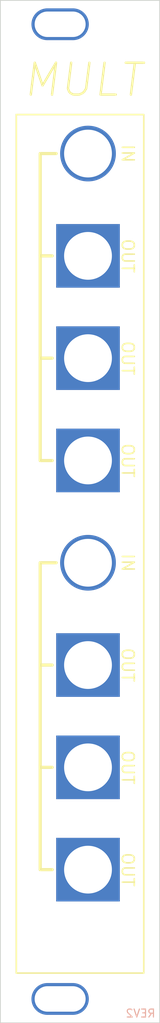
<source format=kicad_pcb>
(kicad_pcb (version 20211014) (generator pcbnew)
  (title_block (title "Buffered Multiple Panel") (rev "1") (company "Northridge Synth"))
  (layers (0 "F.Cu" signal) (31 "B.Cu" signal) (34 "B.Paste" user) (35 "F.Paste" user) (36 "B.SilkS" user "B.Silkscreen") (37 "F.SilkS" user "F.Silkscreen") (38 "B.Mask" user) (39 "F.Mask" user) (44 "Edge.Cuts" user))
  (net 0 "")
  (footprint "Eurorack_Panel_Designs:3.5MM_Jack_Panel_Input_Plated" (layer "F.Cu") (at 151 110.678 -90)
    (fp_text reference "IN" (at 0 -5 -90 unlocked) (layer "F.SilkS") (effects (font (size 1.5 1.5) (thickness 0.2))))
    (fp_text value "3.5MM_Jack_Panel_Input_Plated" hide)
    (pad "" thru_hole circle (at 0 0 270) (size 7 7) (drill 6) (layers *.Cu *.Mask))
  )
  (footprint "Eurorack_Panel_Designs:Panel_Mounting_Hole_Oval" (layer "F.Cu") (at 147.5 43)
    (fp_text reference "REF**" hide)
    (fp_text value "Panel_Mounting_Hole_Oval" hide)
    (pad "" thru_hole oval (at 0 0) (size 7.2 4) (drill oval 6.4 3.2) (layers *.Cu *.Mask))
  )
  (footprint "Eurorack_Panel_Designs:3.5MM_Jack_Panel_Output_Plated" (layer "F.Cu") (at 151 136.392 -90)
    (fp_text reference "OUT" (at 0 -5 -90 unlocked) (layer "F.SilkS") (effects (font (size 1.5 1.5) (thickness 0.2))))
    (fp_text value "3.5MM_Jack_Panel_Input_Plated" hide)
    (pad "" thru_hole rect (at 0 0 270) (size 8 8) (drill 6) (layers *.Cu *.Mask))
  )
  (footprint "Eurorack_Panel_Designs:Panel_Mounting_Hole_Oval" (layer "F.Cu") (at 147.5 165.5)
    (fp_text reference "REF**" hide)
    (fp_text value "Panel_Mounting_Hole_Oval" hide)
    (pad "" thru_hole oval (at 0 0) (size 7.2 4) (drill oval 6.4 3.2) (layers *.Cu *.Mask))
  )
  (footprint "Eurorack_Panel_Designs:3.5MM_Jack_Panel_Output_Plated" (layer "F.Cu") (at 151 97.821 -90)
    (fp_text reference "OUT" (at 0 -5 -90 unlocked) (layer "F.SilkS") (effects (font (size 1.5 1.5) (thickness 0.2))))
    (fp_text value "3.5MM_Jack_Panel_Input_Plated" hide)
    (pad "" thru_hole rect (at 0 0 270) (size 8 8) (drill 6) (layers *.Cu *.Mask))
  )
  (footprint "Eurorack_Panel_Designs:3.5MM_Jack_Panel_Input_Plated" (layer "F.Cu") (at 151 59.25 -90)
    (fp_text reference "IN" (at 0 -5 -90 unlocked) (layer "F.SilkS") (effects (font (size 1.5 1.5) (thickness 0.2))))
    (fp_text value "3.5MM_Jack_Panel_Output_Plated" hide)
    (pad "" thru_hole circle locked (at 0 0 270) (size 7 7) (drill 6) (layers *.Cu *.Mask))
  )
  (footprint "Eurorack_Panel_Designs:3.5MM_Jack_Panel_Output_Plated" (layer "F.Cu") (at 151 72.107 -90)
    (fp_text reference "OUT" (at 0 -5 -90 unlocked) (layer "F.SilkS") (effects (font (size 1.5 1.5) (thickness 0.2))))
    (fp_text value "3.5MM_Jack_Panel_Input_Plated" hide)
    (pad "" thru_hole rect (at 0 0 270) (size 8 8) (drill 6) (layers *.Cu *.Mask))
  )
  (footprint "Eurorack_Panel_Designs:3.5MM_Jack_Panel_Output_Plated" (layer "F.Cu") (at 151 84.964 -90)
    (fp_text reference "OUT" (at 0 -5 -90 unlocked) (layer "F.SilkS") (effects (font (size 1.5 1.5) (thickness 0.2))))
    (fp_text value "3.5MM_Jack_Panel_Input_Plated" hide)
    (pad "" thru_hole rect (at 0 0 270) (size 8 8) (drill 6) (layers *.Cu *.Mask))
  )
  (footprint "Eurorack_Panel_Designs:3.5MM_Jack_Panel_Output_Plated" (layer "F.Cu") (at 151 149.249 -90)
    (fp_text reference "OUT" (at 0 -5 -90 unlocked) (layer "F.SilkS") (effects (font (size 1.5 1.5) (thickness 0.2))))
    (fp_text value "3.5MM_Jack_Panel_Input_Plated" hide)
    (pad "" thru_hole rect (at 0 0 270) (size 8 8) (drill 6) (layers *.Cu *.Mask))
  )
  (footprint "Eurorack_Panel_Designs:3.5MM_Jack_Panel_Output_Plated" (layer "F.Cu") (at 151 123.535 -90)
    (fp_text reference "OUT" (at 0 -5 -90 unlocked) (layer "F.SilkS") (effects (font (size 1.5 1.5) (thickness 0.2))))
    (fp_text value "3.5MM_Jack_Panel_Input_Plated" hide)
    (pad "" thru_hole rect (at 0 0 270) (size 8 8) (drill 6) (layers *.Cu *.Mask))
  )
  (gr_line (start 145 110.678) (end 145 123.535) (layer "F.SilkS") (width 0.4))
  (gr_line (start 145 136.392) (end 146.5 136.392) (layer "F.SilkS") (width 0.4))
  (gr_line (start 145 97.8358) (end 146.5 97.8358) (layer "F.SilkS") (width 0.4))
  (gr_rect (start 142 54.35) (end 158 162.25) (layer "F.SilkS") (width 0.2) (fill none))
  (gr_line (start 147 59.25) (end 145 59.25) (layer "F.SilkS") (width 0.4))
  (gr_line (start 145 72.0107) (end 145 84.964) (layer "F.SilkS") (width 0.4))
  (gr_line (start 145 149.249) (end 146.5 149.249) (layer "F.SilkS") (width 0.4))
  (gr_line (start 145 84.964) (end 146.5 84.964) (layer "F.SilkS") (width 0.4))
  (gr_line (start 147 110.678) (end 145 110.678) (layer "F.SilkS") (width 0.4))
  (gr_line (start 145 136.1129) (end 145 149.249) (layer "F.SilkS") (width 0.4))
  (gr_line (start 145 72.107) (end 146.5 72.107) (layer "F.SilkS") (width 0.4))
  (gr_line (start 145 59.25) (end 145 72.107) (layer "F.SilkS") (width 0.4))
  (gr_line (start 145 123.535) (end 145 136.392) (layer "F.SilkS") (width 0.4))
  (gr_line (start 145 123.535) (end 146.5 123.535) (layer "F.SilkS") (width 0.4))
  (gr_line (start 145 84.964) (end 145 97.821) (layer "F.SilkS") (width 0.4))
  (gr_rect locked (start 140 40) (end 160 168.5) (layer "Edge.Cuts") (width 0.1) (fill none))
  (gr_text "REV2" (at 157.6 167.3146) (layer "B.SilkS") (effects (font (size 1 1)) (justify mirror)))
  (gr_text "MULT" (at 150.411428 50) (layer "F.SilkS") (effects (font (size 4 4) (thickness 0.3) italic)))
)
</source>
